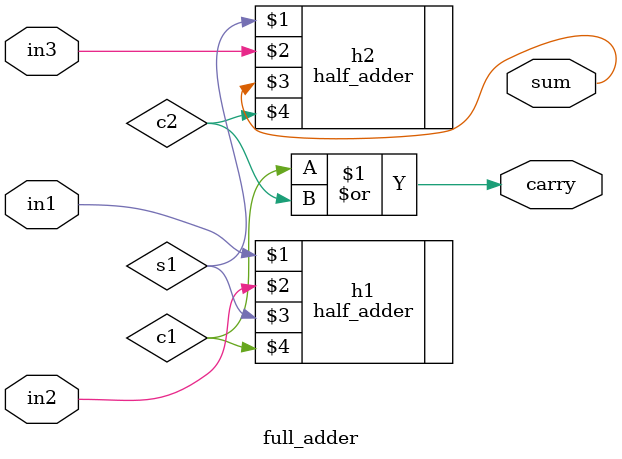
<source format=v>
`timescale 1ns / 1ps


module full_adder(
input in1,
input in2,
input in3,
output sum,
output carry
);
wire s1,c1,c2;
half_adder h1(in1,in2,s1,c1);
half_adder h2(s1,in3,sum,c2);
assign carry = c1|c2;
endmodule

</source>
